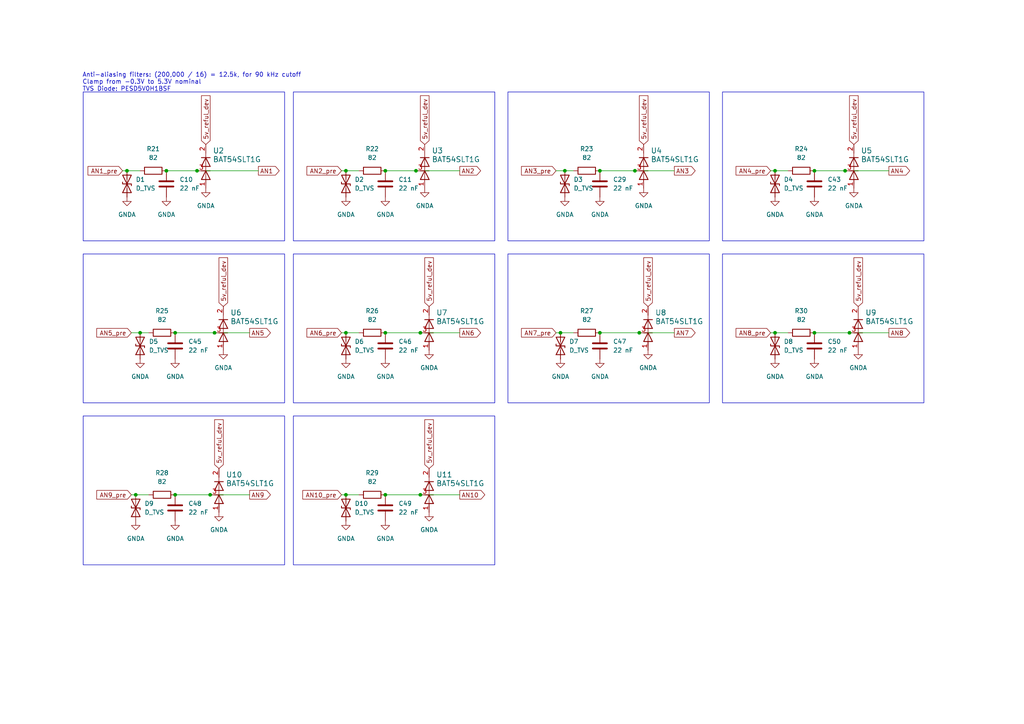
<source format=kicad_sch>
(kicad_sch (version 20231120) (generator "eeschema") (generator_version "8.0")
  (paper "A4")
  (lib_symbols
    (symbol "21xt_symbols:BAT54SLT1G" (pin_names (offset 0.254))
      (property "Reference" "U" (at 0 21.59 0))
      (property "Value" "BAT54SLT1G" (at 0 19.05 0))
      (symbol "BAT54SLT1G_0_1"
        (polyline (pts (xy 0 6.35) (xy 0 5.08)))
        (polyline (pts (xy 0 6.35) (xy 0 8.89)))
        (polyline (pts (xy 0 8.89) (xy 0 10.16)))
        (polyline (pts (xy 0 10.16) (xy 0 12.7)))
        (polyline (pts (xy 0 12.7) (xy 0 13.97)))
        (polyline (pts (xy 1.27 8.89) (xy -1.27 8.89)) (stroke (width 0.254)))
        (polyline (pts (xy 1.27 12.7) (xy -1.27 12.7)) (stroke (width 0.254)))
        (polyline (pts (xy 1.27 6.35) (xy -1.27 6.35) (xy 0 8.89) (xy 1.27 6.35)) (stroke (width 0.254)))
        (polyline (pts (xy 1.27 10.16) (xy -1.27 10.16) (xy 0 12.7) (xy 1.27 10.16)) (stroke (width 0.254)))
      )
      (symbol "BAT54SLT1G_1_1"
        (pin passive line (at 0 3.81 90) (length 2.54) (name "") (number "1"))
        (pin passive line (at 0 16.51 270) (length 2.54) (name "") (number "2"))
        (pin passive line (at -2.54 8.89 0) (length 2.54) (name "") (number "3"))
      )
    )
    (symbol "Device:C" (pin_numbers hide) (pin_names (offset 0.254))
      (property "Reference" "C" (at 0.635 2.54 0))
      (property "Value" "C" (at 0.635 -2.54 0))
      (symbol "C_0_1"
        (polyline (pts (xy -2.032 -0.762) (xy 2.032 -0.762)) (stroke (width 0.508)))
        (polyline (pts (xy -2.032 0.762) (xy 2.032 0.762)) (stroke (width 0.508)))
      )
      (symbol "C_1_1"
        (pin passive line (at 0 3.81 270) (length 2.794) (name "~") (number "1"))
        (pin passive line (at 0 -3.81 90) (length 2.794) (name "~") (number "2"))
      )
    )
    (symbol "Device:D_TVS" (pin_numbers hide) (pin_names (offset 1.016) hide)
      (property "Reference" "D" (at 0 2.54 0))
      (property "Value" "D_TVS" (at 0 -2.54 0))
      (symbol "D_TVS_0_1"
        (polyline (pts (xy 1.27 0) (xy -1.27 0)))
        (polyline (pts (xy 0.508 1.27) (xy 0 1.27) (xy 0 -1.27) (xy -0.508 -1.27)) (stroke (width 0.254)))
        (polyline (pts (xy -2.54 1.27) (xy -2.54 -1.27) (xy 2.54 1.27) (xy 2.54 -1.27) (xy -2.54 1.27)) (stroke (width 0.254)))
      )
      (symbol "D_TVS_1_1"
        (pin passive line (at -3.81 0 0) (length 2.54) (name "A1") (number "1"))
        (pin passive line (at 3.81 0 180) (length 2.54) (name "A2") (number "2"))
      )
    )
    (symbol "Device:R" (pin_numbers hide) (pin_names (offset 0))
      (property "Reference" "R" (at 2.032 0 90))
      (property "Value" "R" (at 0 0 90))
      (symbol "R_0_1"
        (rectangle (start -1.016 -2.54) (end 1.016 2.54) (stroke (width 0.254)))
      )
      (symbol "R_1_1"
        (pin passive line (at 0 3.81 270) (length 1.27) (name "~") (number "1"))
        (pin passive line (at 0 -3.81 90) (length 1.27) (name "~") (number "2"))
      )
    )
    (symbol "power:GNDA" (power) (pin_names (offset 0))
      (property "Value" "GNDA" (at 0 -3.81 0))
      (symbol "GNDA_0_1"
        (polyline (pts (xy 0 0) (xy 0 -1.27) (xy 1.27 -1.27) (xy 0 -2.54) (xy -1.27 -1.27) (xy 0 -1.27)))
      )
      (symbol "GNDA_1_1"
        (pin power_in line (at 0 0 270) (length 0) hide (name "GNDA") (number "1"))
      )
    )
  )
  (junction (at 185.42 96.52))
  (junction (at 100.33 49.53))
  (junction (at 121.92 96.52))
  (junction (at 57.15 49.53))
  (junction (at 62.23 96.52))
  (junction (at 173.99 49.53))
  (junction (at 184.15 49.53))
  (junction (at 100.33 143.51))
  (junction (at 120.65 49.53))
  (junction (at 36.83 49.53))
  (junction (at 236.22 49.53))
  (junction (at 246.38 96.52))
  (junction (at 121.92 143.51))
  (junction (at 40.64 96.52))
  (junction (at 39.37 143.51))
  (junction (at 100.33 96.52))
  (junction (at 50.8 96.52))
  (junction (at 48.26 49.53))
  (junction (at 50.8 143.51))
  (junction (at 60.96 143.51))
  (junction (at 173.99 96.52))
  (junction (at 111.76 96.52))
  (junction (at 224.79 49.53))
  (junction (at 163.83 49.53))
  (junction (at 111.76 143.51))
  (junction (at 162.56 96.52))
  (junction (at 224.79 96.52))
  (junction (at 245.11 49.53))
  (junction (at 236.22 96.52))
  (junction (at 111.76 49.53))
  (wire (pts (xy 228.6 96.52) (xy 224.79 96.52)))
  (wire (pts (xy 245.11 49.53) (xy 257.81 49.53)))
  (wire (pts (xy 35.56 49.53) (xy 36.83 49.53)))
  (wire (pts (xy 166.37 96.52) (xy 162.56 96.52)))
  (wire (pts (xy 224.79 96.52) (xy 223.52 96.52)))
  (wire (pts (xy 163.83 49.53) (xy 166.37 49.53)))
  (wire (pts (xy 185.42 96.52) (xy 195.58 96.52)))
  (wire (pts (xy 100.33 143.51) (xy 99.06 143.51)))
  (wire (pts (xy 43.18 96.52) (xy 40.64 96.52)))
  (wire (pts (xy 99.06 96.52) (xy 100.33 96.52)))
  (wire (pts (xy 173.99 49.53) (xy 184.15 49.53)))
  (wire (pts (xy 120.65 49.53) (xy 133.35 49.53)))
  (wire (pts (xy 236.22 49.53) (xy 245.11 49.53)))
  (wire (pts (xy 62.23 96.52) (xy 72.39 96.52)))
  (wire (pts (xy 224.79 49.53) (xy 223.52 49.53)))
  (wire (pts (xy 121.92 96.52) (xy 133.35 96.52)))
  (wire (pts (xy 111.76 49.53) (xy 120.65 49.53)))
  (wire (pts (xy 40.64 96.52) (xy 38.1 96.52)))
  (wire (pts (xy 246.38 96.52) (xy 257.81 96.52)))
  (wire (pts (xy 36.83 49.53) (xy 40.64 49.53)))
  (wire (pts (xy 60.96 143.51) (xy 72.39 143.51)))
  (wire (pts (xy 39.37 143.51) (xy 38.1 143.51)))
  (wire (pts (xy 50.8 143.51) (xy 60.96 143.51)))
  (wire (pts (xy 228.6 49.53) (xy 224.79 49.53)))
  (wire (pts (xy 48.26 49.53) (xy 57.15 49.53)))
  (wire (pts (xy 162.56 96.52) (xy 161.29 96.52)))
  (wire (pts (xy 50.8 96.52) (xy 62.23 96.52)))
  (wire (pts (xy 173.99 96.52) (xy 185.42 96.52)))
  (wire (pts (xy 161.29 49.53) (xy 163.83 49.53)))
  (wire (pts (xy 104.14 143.51) (xy 100.33 143.51)))
  (wire (pts (xy 184.15 49.53) (xy 195.58 49.53)))
  (wire (pts (xy 111.76 96.52) (xy 121.92 96.52)))
  (wire (pts (xy 43.18 143.51) (xy 39.37 143.51)))
  (wire (pts (xy 100.33 49.53) (xy 104.14 49.53)))
  (wire (pts (xy 100.33 96.52) (xy 104.14 96.52)))
  (wire (pts (xy 121.92 143.51) (xy 133.35 143.51)))
  (wire (pts (xy 236.22 96.52) (xy 246.38 96.52)))
  (wire (pts (xy 57.15 49.53) (xy 74.93 49.53)))
  (wire (pts (xy 111.76 143.51) (xy 121.92 143.51)))
  (wire (pts (xy 99.06 49.53) (xy 100.33 49.53)))
  (rectangle (start 24.13 120.65) (end 82.55 163.83))
  (rectangle (start 85.09 73.66) (end 143.51 116.84))
  (rectangle (start 85.09 120.65) (end 143.51 163.83))
  (rectangle (start 209.55 26.67) (end 267.97 69.85))
  (rectangle (start 24.13 73.66) (end 82.55 116.84))
  (rectangle (start 209.55 73.66) (end 267.97 116.84))
  (rectangle (start 147.32 73.66) (end 205.74 116.84))
  (rectangle (start 24.13 26.67) (end 82.55 69.85))
  (rectangle (start 147.32 26.67) (end 205.74 69.85))
  (rectangle (start 85.09 26.67) (end 143.51 69.85))
  (text "Anti-aliasing filters: (200,000 / 16) = 12.5k, for 90 kHz cutoff\nClamp from -0.3V to 5.3V nominal\nTVS Diode: PESD5V0H1BSF" (at 23.876 23.876 0) (effects (font (size 1.27 1.27)) (justify left)))
  (global_label "AN1_pre" (shape input) (at 35.56 49.53 180) (property "Intersheetrefs" "${INTERSHEET_REFS}" (effects (hide yes))))
  (global_label "AN3" (shape output) (at 195.58 49.53 0) (property "Intersheetrefs" "${INTERSHEET_REFS}" (effects (hide yes))))
  (global_label "AN6" (shape output) (at 133.35 96.52 0) (property "Intersheetrefs" "${INTERSHEET_REFS}" (effects (hide yes))))
  (global_label "5v_reful_dev" (shape input) (at 64.77 88.9 90) (property "Intersheetrefs" "${INTERSHEET_REFS}" (effects (hide yes))))
  (global_label "5v_reful_dev" (shape input) (at 123.19 41.91 90) (property "Intersheetrefs" "${INTERSHEET_REFS}" (effects (hide yes))))
  (global_label "AN1" (shape output) (at 74.93 49.53 0) (property "Intersheetrefs" "${INTERSHEET_REFS}" (effects (hide yes))))
  (global_label "5v_reful_dev" (shape input) (at 247.65 41.91 90) (property "Intersheetrefs" "${INTERSHEET_REFS}" (effects (hide yes))))
  (global_label "5v_reful_dev" (shape input) (at 186.69 41.91 90) (property "Intersheetrefs" "${INTERSHEET_REFS}" (effects (hide yes))))
  (global_label "5v_reful_dev" (shape input) (at 59.69 41.91 90) (property "Intersheetrefs" "${INTERSHEET_REFS}" (effects (hide yes))))
  (global_label "AN7" (shape output) (at 195.58 96.52 0) (property "Intersheetrefs" "${INTERSHEET_REFS}" (effects (hide yes))))
  (global_label "AN8" (shape output) (at 257.81 96.52 0) (property "Intersheetrefs" "${INTERSHEET_REFS}" (effects (hide yes))))
  (global_label "AN4_pre" (shape input) (at 223.52 49.53 180) (property "Intersheetrefs" "${INTERSHEET_REFS}" (effects (hide yes))))
  (global_label "5v_reful_dev" (shape input) (at 63.5 135.89 90) (property "Intersheetrefs" "${INTERSHEET_REFS}" (effects (hide yes))))
  (global_label "AN10" (shape output) (at 133.35 143.51 0) (property "Intersheetrefs" "${INTERSHEET_REFS}" (effects (hide yes))))
  (global_label "AN3_pre" (shape input) (at 161.29 49.53 180) (property "Intersheetrefs" "${INTERSHEET_REFS}" (effects (hide yes))))
  (global_label "AN8_pre" (shape input) (at 223.52 96.52 180) (property "Intersheetrefs" "${INTERSHEET_REFS}" (effects (hide yes))))
  (global_label "5v_reful_dev" (shape input) (at 124.46 88.9 90) (property "Intersheetrefs" "${INTERSHEET_REFS}" (effects (hide yes))))
  (global_label "AN5_pre" (shape input) (at 38.1 96.52 180) (property "Intersheetrefs" "${INTERSHEET_REFS}" (effects (hide yes))))
  (global_label "5v_reful_dev" (shape input) (at 187.96 88.9 90) (property "Intersheetrefs" "${INTERSHEET_REFS}" (effects (hide yes))))
  (global_label "AN9_pre" (shape input) (at 38.1 143.51 180) (property "Intersheetrefs" "${INTERSHEET_REFS}" (effects (hide yes))))
  (global_label "5v_reful_dev" (shape input) (at 248.92 88.9 90) (property "Intersheetrefs" "${INTERSHEET_REFS}" (effects (hide yes))))
  (global_label "AN10_pre" (shape input) (at 99.06 143.51 180) (property "Intersheetrefs" "${INTERSHEET_REFS}" (effects (hide yes))))
  (global_label "5v_reful_dev" (shape input) (at 124.46 135.89 90) (property "Intersheetrefs" "${INTERSHEET_REFS}" (effects (hide yes))))
  (global_label "AN7_pre" (shape input) (at 161.29 96.52 180) (property "Intersheetrefs" "${INTERSHEET_REFS}" (effects (hide yes))))
  (global_label "AN9" (shape output) (at 72.39 143.51 0) (property "Intersheetrefs" "${INTERSHEET_REFS}" (effects (hide yes))))
  (global_label "AN5" (shape output) (at 72.39 96.52 0) (property "Intersheetrefs" "${INTERSHEET_REFS}" (effects (hide yes))))
  (global_label "AN4" (shape output) (at 257.81 49.53 0) (property "Intersheetrefs" "${INTERSHEET_REFS}" (effects (hide yes))))
  (global_label "AN2" (shape output) (at 133.35 49.53 0) (property "Intersheetrefs" "${INTERSHEET_REFS}" (effects (hide yes))))
  (global_label "AN6_pre" (shape input) (at 99.06 96.52 180) (property "Intersheetrefs" "${INTERSHEET_REFS}" (effects (hide yes))))
  (global_label "AN2_pre" (shape input) (at 99.06 49.53 180) (property "Intersheetrefs" "${INTERSHEET_REFS}" (effects (hide yes))))
  (symbol (lib_id "power:GNDA") (at 224.79 57.15 0) (unit 1)
    (property "Reference" "#PWR089" (effects (hide yes)))
    (property "Value" "GNDA" (at 224.79 62.23 0))
  )
  (symbol (lib_id "power:GNDA") (at 100.33 57.15 0) (unit 1)
    (property "Reference" "#PWR087" (effects (hide yes)))
    (property "Value" "GNDA" (at 100.33 62.23 0))
  )
  (symbol (lib_id "Device:R") (at 170.18 49.53 270) (unit 1)
    (property "Reference" "R23" (at 170.18 43.18 90))
    (property "Value" "82" (at 170.18 45.72 90))
    (property "Footprint" "Resistor_SMD:R_0402_1005Metric" (effects (hide yes)))
    (property "Description" "Resistor" (effects (hide yes)))
  )
  (symbol (lib_id "Device:C") (at 50.8 147.32 0) (unit 1)
    (property "Reference" "C48" (at 54.61 146.0499 0) (effects (justify left)))
    (property "Value" "22 nF" (at 54.61 148.5899 0) (effects (justify left)))
    (property "Footprint" "Capacitor_SMD:C_0402_1005Metric" (effects (hide yes)))
    (property "Description" "Unpolarized capacitor" (effects (hide yes)))
  )
  (symbol (lib_id "power:GNDA") (at 124.46 148.59 0) (unit 1)
    (property "Reference" "#PWR085" (effects (hide yes)))
    (property "Value" "GNDA" (at 124.46 153.67 0))
  )
  (symbol (lib_id "Device:C") (at 111.76 100.33 0) (unit 1)
    (property "Reference" "C46" (at 115.57 99.0599 0) (effects (justify left)))
    (property "Value" "22 nF" (at 115.57 101.5999 0) (effects (justify left)))
    (property "Footprint" "Capacitor_SMD:C_0402_1005Metric" (effects (hide yes)))
    (property "Description" "Unpolarized capacitor" (effects (hide yes)))
  )
  (symbol (lib_id "power:GNDA") (at 236.22 57.15 0) (unit 1)
    (property "Reference" "#PWR072" (effects (hide yes)))
    (property "Value" "GNDA" (at 236.22 62.23 0))
  )
  (symbol (lib_id "21xt_symbols:BAT54SLT1G") (at 123.19 58.42 0) (unit 1)
    (property "Reference" "U3" (at 125.222 43.688 0) (effects (font (size 1.524 1.524)) (justify left)))
    (property "Value" "BAT54SLT1G" (at 125.222 46.228 0) (effects (font (size 1.524 1.524)) (justify left)))
    (property "Footprint" "21xt_footprints:SOT96P237X111-3N" (effects (hide yes)))
    (property "Datasheet" "1SS362FV_L3F" (effects (hide yes)))
  )
  (symbol (lib_id "power:GNDA") (at 186.69 54.61 0) (unit 1)
    (property "Reference" "#PWR071" (effects (hide yes)))
    (property "Value" "GNDA" (at 186.69 59.69 0))
  )
  (symbol (lib_id "power:GNDA") (at 111.76 104.14 0) (unit 1)
    (property "Reference" "#PWR076" (effects (hide yes)))
    (property "Value" "GNDA" (at 111.76 109.22 0))
  )
  (symbol (lib_id "Device:D_TVS") (at 100.33 147.32 90) (unit 1)
    (property "Reference" "D10" (at 102.87 146.0499 90) (effects (justify right)))
    (property "Value" "D_TVS" (at 102.87 148.5899 90) (effects (justify right)))
    (property "Footprint" "21xt_footprints:PESD5V0H1BSFYL_NEX" (effects (hide yes)))
    (property "Description" "Bidirectional transient-voltage-suppression diode" (effects (hide yes)))
  )
  (symbol (lib_id "Device:D_TVS") (at 224.79 53.34 90) (unit 1)
    (property "Reference" "D4" (at 227.33 52.0699 90) (effects (justify right)))
    (property "Value" "D_TVS" (at 227.33 54.6099 90) (effects (justify right)))
    (property "Footprint" "21xt_footprints:PESD5V0H1BSFYL_NEX" (effects (hide yes)))
    (property "Description" "Bidirectional transient-voltage-suppression diode" (effects (hide yes)))
  )
  (symbol (lib_id "Device:D_TVS") (at 163.83 53.34 90) (unit 1)
    (property "Reference" "D3" (at 166.37 52.0699 90) (effects (justify right)))
    (property "Value" "D_TVS" (at 166.37 54.6099 90) (effects (justify right)))
    (property "Footprint" "21xt_footprints:PESD5V0H1BSFYL_NEX" (effects (hide yes)))
    (property "Description" "Bidirectional transient-voltage-suppression diode" (effects (hide yes)))
  )
  (symbol (lib_id "Device:C") (at 111.76 147.32 0) (unit 1)
    (property "Reference" "C49" (at 115.57 146.0499 0) (effects (justify left)))
    (property "Value" "22 nF" (at 115.57 148.5899 0) (effects (justify left)))
    (property "Footprint" "Capacitor_SMD:C_0402_1005Metric" (effects (hide yes)))
    (property "Description" "Unpolarized capacitor" (effects (hide yes)))
  )
  (symbol (lib_id "power:GNDA") (at 187.96 101.6 0) (unit 1)
    (property "Reference" "#PWR079" (effects (hide yes)))
    (property "Value" "GNDA" (at 187.96 106.68 0))
  )
  (symbol (lib_id "Device:D_TVS") (at 100.33 100.33 90) (unit 1)
    (property "Reference" "D6" (at 102.87 99.0599 90) (effects (justify right)))
    (property "Value" "D_TVS" (at 102.87 101.5999 90) (effects (justify right)))
    (property "Footprint" "21xt_footprints:PESD5V0H1BSFYL_NEX" (effects (hide yes)))
    (property "Description" "Bidirectional transient-voltage-suppression diode" (effects (hide yes)))
  )
  (symbol (lib_id "21xt_symbols:BAT54SLT1G") (at 64.77 105.41 0) (unit 1)
    (property "Reference" "U6" (at 66.802 90.678 0) (effects (font (size 1.524 1.524)) (justify left)))
    (property "Value" "BAT54SLT1G" (at 66.802 93.218 0) (effects (font (size 1.524 1.524)) (justify left)))
    (property "Footprint" "21xt_footprints:SOT96P237X111-3N" (effects (hide yes)))
    (property "Datasheet" "1SS362FV_L3F" (effects (hide yes)))
  )
  (symbol (lib_id "power:GNDA") (at 64.77 101.6 0) (unit 1)
    (property "Reference" "#PWR075" (effects (hide yes)))
    (property "Value" "GNDA" (at 64.77 106.68 0))
  )
  (symbol (lib_id "21xt_symbols:BAT54SLT1G") (at 63.5 152.4 0) (unit 1)
    (property "Reference" "U10" (at 65.532 137.668 0) (effects (font (size 1.524 1.524)) (justify left)))
    (property "Value" "BAT54SLT1G" (at 65.532 140.208 0) (effects (font (size 1.524 1.524)) (justify left)))
    (property "Footprint" "21xt_footprints:SOT96P237X111-3N" (effects (hide yes)))
    (property "Datasheet" "1SS362FV_L3F" (effects (hide yes)))
  )
  (symbol (lib_id "Device:C") (at 173.99 53.34 0) (unit 1)
    (property "Reference" "C29" (at 177.8 52.0699 0) (effects (justify left)))
    (property "Value" "22 nF" (at 177.8 54.6099 0) (effects (justify left)))
    (property "Footprint" "Capacitor_SMD:C_0402_1005Metric" (effects (hide yes)))
    (property "Description" "Unpolarized capacitor" (effects (hide yes)))
  )
  (symbol (lib_id "Device:C") (at 48.26 53.34 0) (unit 1)
    (property "Reference" "C10" (at 52.07 52.0699 0) (effects (justify left)))
    (property "Value" "22 nF" (at 52.07 54.6099 0) (effects (justify left)))
    (property "Footprint" "Capacitor_SMD:C_0402_1005Metric" (effects (hide yes)))
    (property "Description" "Unpolarized capacitor" (effects (hide yes)))
  )
  (symbol (lib_id "power:GNDA") (at 48.26 57.15 0) (unit 1)
    (property "Reference" "#PWR016" (effects (hide yes)))
    (property "Value" "GNDA" (at 48.26 62.23 0))
  )
  (symbol (lib_id "power:GNDA") (at 123.19 54.61 0) (unit 1)
    (property "Reference" "#PWR033" (effects (hide yes)))
    (property "Value" "GNDA" (at 123.19 59.69 0))
  )
  (symbol (lib_id "power:GNDA") (at 63.5 148.59 0) (unit 1)
    (property "Reference" "#PWR083" (effects (hide yes)))
    (property "Value" "GNDA" (at 63.5 153.67 0))
  )
  (symbol (lib_id "21xt_symbols:BAT54SLT1G") (at 124.46 152.4 0) (unit 1)
    (property "Reference" "U11" (at 126.492 137.668 0) (effects (font (size 1.524 1.524)) (justify left)))
    (property "Value" "BAT54SLT1G" (at 126.492 140.208 0) (effects (font (size 1.524 1.524)) (justify left)))
    (property "Footprint" "21xt_footprints:SOT96P237X111-3N" (effects (hide yes)))
    (property "Datasheet" "1SS362FV_L3F" (effects (hide yes)))
  )
  (symbol (lib_id "power:GNDA") (at 111.76 57.15 0) (unit 1)
    (property "Reference" "#PWR021" (effects (hide yes)))
    (property "Value" "GNDA" (at 111.76 62.23 0))
  )
  (symbol (lib_id "power:GNDA") (at 248.92 101.6 0) (unit 1)
    (property "Reference" "#PWR081" (effects (hide yes)))
    (property "Value" "GNDA" (at 248.92 106.68 0))
  )
  (symbol (lib_id "power:GNDA") (at 50.8 104.14 0) (unit 1)
    (property "Reference" "#PWR074" (effects (hide yes)))
    (property "Value" "GNDA" (at 50.8 109.22 0))
  )
  (symbol (lib_id "power:GNDA") (at 39.37 151.13 0) (unit 1)
    (property "Reference" "#PWR0105" (effects (hide yes)))
    (property "Value" "GNDA" (at 39.37 156.21 0))
  )
  (symbol (lib_id "Device:D_TVS") (at 100.33 53.34 90) (unit 1)
    (property "Reference" "D2" (at 102.87 52.0699 90) (effects (justify right)))
    (property "Value" "D_TVS" (at 102.87 54.6099 90) (effects (justify right)))
    (property "Footprint" "21xt_footprints:PESD5V0H1BSFYL_NEX" (effects (hide yes)))
    (property "Description" "Bidirectional transient-voltage-suppression diode" (effects (hide yes)))
  )
  (symbol (lib_id "21xt_symbols:BAT54SLT1G") (at 124.46 105.41 0) (unit 1)
    (property "Reference" "U7" (at 126.492 90.678 0) (effects (font (size 1.524 1.524)) (justify left)))
    (property "Value" "BAT54SLT1G" (at 126.492 93.218 0) (effects (font (size 1.524 1.524)) (justify left)))
    (property "Footprint" "21xt_footprints:SOT96P237X111-3N" (effects (hide yes)))
    (property "Datasheet" "1SS362FV_L3F" (effects (hide yes)))
  )
  (symbol (lib_id "power:GNDA") (at 224.79 104.14 0) (unit 1)
    (property "Reference" "#PWR090" (effects (hide yes)))
    (property "Value" "GNDA" (at 224.79 109.22 0))
  )
  (symbol (lib_id "Device:C") (at 236.22 100.33 0) (unit 1)
    (property "Reference" "C50" (at 240.03 99.0599 0) (effects (justify left)))
    (property "Value" "22 nF" (at 240.03 101.5999 0) (effects (justify left)))
    (property "Footprint" "Capacitor_SMD:C_0402_1005Metric" (effects (hide yes)))
    (property "Description" "Unpolarized capacitor" (effects (hide yes)))
  )
  (symbol (lib_id "Device:D_TVS") (at 162.56 100.33 90) (unit 1)
    (property "Reference" "D7" (at 165.1 99.0599 90) (effects (justify right)))
    (property "Value" "D_TVS" (at 165.1 101.5999 90) (effects (justify right)))
    (property "Footprint" "21xt_footprints:PESD5V0H1BSFYL_NEX" (effects (hide yes)))
    (property "Description" "Bidirectional transient-voltage-suppression diode" (effects (hide yes)))
  )
  (symbol (lib_id "21xt_symbols:BAT54SLT1G") (at 248.92 105.41 0) (unit 1)
    (property "Reference" "U9" (at 250.952 90.678 0) (effects (font (size 1.524 1.524)) (justify left)))
    (property "Value" "BAT54SLT1G" (at 250.952 93.218 0) (effects (font (size 1.524 1.524)) (justify left)))
    (property "Footprint" "21xt_footprints:SOT96P237X111-3N" (effects (hide yes)))
    (property "Datasheet" "1SS362FV_L3F" (effects (hide yes)))
  )
  (symbol (lib_id "power:GNDA") (at 100.33 104.14 0) (unit 1)
    (property "Reference" "#PWR0102" (effects (hide yes)))
    (property "Value" "GNDA" (at 100.33 109.22 0))
  )
  (symbol (lib_id "Device:D_TVS") (at 224.79 100.33 90) (unit 1)
    (property "Reference" "D8" (at 227.33 99.0599 90) (effects (justify right)))
    (property "Value" "D_TVS" (at 227.33 101.5999 90) (effects (justify right)))
    (property "Footprint" "21xt_footprints:PESD5V0H1BSFYL_NEX" (effects (hide yes)))
    (property "Description" "Bidirectional transient-voltage-suppression diode" (effects (hide yes)))
  )
  (symbol (lib_id "Device:C") (at 50.8 100.33 0) (unit 1)
    (property "Reference" "C45" (at 54.61 99.0599 0) (effects (justify left)))
    (property "Value" "22 nF" (at 54.61 101.5999 0) (effects (justify left)))
    (property "Footprint" "Capacitor_SMD:C_0402_1005Metric" (effects (hide yes)))
    (property "Description" "Unpolarized capacitor" (effects (hide yes)))
  )
  (symbol (lib_id "Device:R") (at 107.95 96.52 270) (unit 1)
    (property "Reference" "R26" (at 107.95 90.17 90))
    (property "Value" "82" (at 107.95 92.71 90))
    (property "Footprint" "Resistor_SMD:R_0402_1005Metric" (effects (hide yes)))
    (property "Description" "Resistor" (effects (hide yes)))
  )
  (symbol (lib_id "power:GNDA") (at 50.8 151.13 0) (unit 1)
    (property "Reference" "#PWR080" (effects (hide yes)))
    (property "Value" "GNDA" (at 50.8 156.21 0))
  )
  (symbol (lib_id "power:GNDA") (at 124.46 101.6 0) (unit 1)
    (property "Reference" "#PWR077" (effects (hide yes)))
    (property "Value" "GNDA" (at 124.46 106.68 0))
  )
  (symbol (lib_id "power:GNDA") (at 40.64 104.14 0) (unit 1)
    (property "Reference" "#PWR0104" (effects (hide yes)))
    (property "Value" "GNDA" (at 40.64 109.22 0))
  )
  (symbol (lib_id "21xt_symbols:BAT54SLT1G") (at 247.65 58.42 0) (unit 1)
    (property "Reference" "U5" (at 249.682 43.688 0) (effects (font (size 1.524 1.524)) (justify left)))
    (property "Value" "BAT54SLT1G" (at 249.682 46.228 0) (effects (font (size 1.524 1.524)) (justify left)))
    (property "Footprint" "21xt_footprints:SOT96P237X111-3N" (effects (hide yes)))
    (property "Datasheet" "1SS362FV_L3F" (effects (hide yes)))
  )
  (symbol (lib_id "power:GNDA") (at 111.76 151.13 0) (unit 1)
    (property "Reference" "#PWR082" (effects (hide yes)))
    (property "Value" "GNDA" (at 111.76 156.21 0))
  )
  (symbol (lib_id "Device:R") (at 170.18 96.52 270) (unit 1)
    (property "Reference" "R27" (at 170.18 90.17 90))
    (property "Value" "82" (at 170.18 92.71 90))
    (property "Footprint" "Resistor_SMD:R_0402_1005Metric" (effects (hide yes)))
    (property "Description" "Resistor" (effects (hide yes)))
  )
  (symbol (lib_id "power:GNDA") (at 236.22 104.14 0) (unit 1)
    (property "Reference" "#PWR084" (effects (hide yes)))
    (property "Value" "GNDA" (at 236.22 109.22 0))
  )
  (symbol (lib_id "power:GNDA") (at 173.99 57.15 0) (unit 1)
    (property "Reference" "#PWR063" (effects (hide yes)))
    (property "Value" "GNDA" (at 173.99 62.23 0))
  )
  (symbol (lib_id "21xt_symbols:BAT54SLT1G") (at 186.69 58.42 0) (unit 1)
    (property "Reference" "U4" (at 188.722 43.688 0) (effects (font (size 1.524 1.524)) (justify left)))
    (property "Value" "BAT54SLT1G" (at 188.722 46.228 0) (effects (font (size 1.524 1.524)) (justify left)))
    (property "Footprint" "21xt_footprints:SOT96P237X111-3N" (effects (hide yes)))
    (property "Datasheet" "1SS362FV_L3F" (effects (hide yes)))
  )
  (symbol (lib_id "Device:C") (at 236.22 53.34 0) (unit 1)
    (property "Reference" "C43" (at 240.03 52.0699 0) (effects (justify left)))
    (property "Value" "22 nF" (at 240.03 54.6099 0) (effects (justify left)))
    (property "Footprint" "Capacitor_SMD:C_0402_1005Metric" (effects (hide yes)))
    (property "Description" "Unpolarized capacitor" (effects (hide yes)))
  )
  (symbol (lib_id "power:GNDA") (at 163.83 57.15 0) (unit 1)
    (property "Reference" "#PWR088" (effects (hide yes)))
    (property "Value" "GNDA" (at 163.83 62.23 0))
  )
  (symbol (lib_id "21xt_symbols:BAT54SLT1G") (at 59.69 58.42 0) (unit 1)
    (property "Reference" "U2" (at 61.722 43.688 0) (effects (font (size 1.524 1.524)) (justify left)))
    (property "Value" "BAT54SLT1G" (at 61.722 46.228 0) (effects (font (size 1.524 1.524)) (justify left)))
    (property "Footprint" "21xt_footprints:SOT96P237X111-3N" (effects (hide yes)))
    (property "Datasheet" "1SS362FV_L3F" (effects (hide yes)))
  )
  (symbol (lib_id "21xt_symbols:BAT54SLT1G") (at 187.96 105.41 0) (unit 1)
    (property "Reference" "U8" (at 189.992 90.678 0) (effects (font (size 1.524 1.524)) (justify left)))
    (property "Value" "BAT54SLT1G" (at 189.992 93.218 0) (effects (font (size 1.524 1.524)) (justify left)))
    (property "Footprint" "21xt_footprints:SOT96P237X111-3N" (effects (hide yes)))
    (property "Datasheet" "1SS362FV_L3F" (effects (hide yes)))
  )
  (symbol (lib_id "Device:C") (at 173.99 100.33 0) (unit 1)
    (property "Reference" "C47" (at 177.8 99.0599 0) (effects (justify left)))
    (property "Value" "22 nF" (at 177.8 101.5999 0) (effects (justify left)))
    (property "Footprint" "Capacitor_SMD:C_0402_1005Metric" (effects (hide yes)))
    (property "Description" "Unpolarized capacitor" (effects (hide yes)))
  )
  (symbol (lib_id "power:GNDA") (at 100.33 151.13 0) (unit 1)
    (property "Reference" "#PWR0106" (effects (hide yes)))
    (property "Value" "GNDA" (at 100.33 156.21 0))
  )
  (symbol (lib_id "Device:R") (at 46.99 96.52 270) (unit 1)
    (property "Reference" "R25" (at 46.99 90.17 90))
    (property "Value" "82" (at 46.99 92.71 90))
    (property "Footprint" "Resistor_SMD:R_0402_1005Metric" (effects (hide yes)))
    (property "Description" "Resistor" (effects (hide yes)))
  )
  (symbol (lib_id "Device:R") (at 232.41 96.52 270) (unit 1)
    (property "Reference" "R30" (at 232.41 90.17 90))
    (property "Value" "82" (at 232.41 92.71 90))
    (property "Footprint" "Resistor_SMD:R_0402_1005Metric" (effects (hide yes)))
    (property "Description" "Resistor" (effects (hide yes)))
  )
  (symbol (lib_id "Device:D_TVS") (at 40.64 100.33 90) (unit 1)
    (property "Reference" "D5" (at 43.18 99.0599 90) (effects (justify right)))
    (property "Value" "D_TVS" (at 43.18 101.5999 90) (effects (justify right)))
    (property "Footprint" "21xt_footprints:PESD5V0H1BSFYL_NEX" (effects (hide yes)))
    (property "Description" "Bidirectional transient-voltage-suppression diode" (effects (hide yes)))
  )
  (symbol (lib_id "Device:D_TVS") (at 36.83 53.34 90) (unit 1)
    (property "Reference" "D1" (at 39.37 52.0699 90) (effects (justify right)))
    (property "Value" "D_TVS" (at 39.37 54.6099 90) (effects (justify right)))
    (property "Footprint" "21xt_footprints:PESD5V0H1BSFYL_NEX" (effects (hide yes)))
    (property "Description" "Bidirectional transient-voltage-suppression diode" (effects (hide yes)))
  )
  (symbol (lib_id "Device:D_TVS") (at 39.37 147.32 90) (unit 1)
    (property "Reference" "D9" (at 41.91 146.0499 90) (effects (justify right)))
    (property "Value" "D_TVS" (at 41.91 148.5899 90) (effects (justify right)))
    (property "Footprint" "21xt_footprints:PESD5V0H1BSFYL_NEX" (effects (hide yes)))
    (property "Description" "Bidirectional transient-voltage-suppression diode" (effects (hide yes)))
  )
  (symbol (lib_id "power:GNDA") (at 173.99 104.14 0) (unit 1)
    (property "Reference" "#PWR078" (effects (hide yes)))
    (property "Value" "GNDA" (at 173.99 109.22 0))
  )
  (symbol (lib_id "Device:R") (at 44.45 49.53 270) (unit 1)
    (property "Reference" "R21" (at 44.45 43.18 90))
    (property "Value" "82" (at 44.45 45.72 90))
    (property "Footprint" "Resistor_SMD:R_0402_1005Metric" (effects (hide yes)))
    (property "Description" "Resistor" (effects (hide yes)))
  )
  (symbol (lib_id "Device:R") (at 107.95 143.51 270) (unit 1)
    (property "Reference" "R29" (at 107.95 137.16 90))
    (property "Value" "82" (at 107.95 139.7 90))
    (property "Footprint" "Resistor_SMD:R_0402_1005Metric" (effects (hide yes)))
    (property "Description" "Resistor" (effects (hide yes)))
  )
  (symbol (lib_id "power:GNDA") (at 247.65 54.61 0) (unit 1)
    (property "Reference" "#PWR073" (effects (hide yes)))
    (property "Value" "GNDA" (at 247.65 59.69 0))
  )
  (symbol (lib_id "Device:R") (at 232.41 49.53 270) (unit 1)
    (property "Reference" "R24" (at 232.41 43.18 90))
    (property "Value" "82" (at 232.41 45.72 90))
    (property "Footprint" "Resistor_SMD:R_0402_1005Metric" (effects (hide yes)))
    (property "Description" "Resistor" (effects (hide yes)))
  )
  (symbol (lib_id "Device:R") (at 46.99 143.51 270) (unit 1)
    (property "Reference" "R28" (at 46.99 137.16 90))
    (property "Value" "82" (at 46.99 139.7 90))
    (property "Footprint" "Resistor_SMD:R_0402_1005Metric" (effects (hide yes)))
    (property "Description" "Resistor" (effects (hide yes)))
  )
  (symbol (lib_id "Device:C") (at 111.76 53.34 0) (unit 1)
    (property "Reference" "C11" (at 115.57 52.0699 0) (effects (justify left)))
    (property "Value" "22 nF" (at 115.57 54.6099 0) (effects (justify left)))
    (property "Footprint" "Capacitor_SMD:C_0402_1005Metric" (effects (hide yes)))
    (property "Description" "Unpolarized capacitor" (effects (hide yes)))
  )
  (symbol (lib_id "Device:R") (at 107.95 49.53 270) (unit 1)
    (property "Reference" "R22" (at 107.95 43.18 90))
    (property "Value" "82" (at 107.95 45.72 90))
    (property "Footprint" "Resistor_SMD:R_0402_1005Metric" (effects (hide yes)))
    (property "Description" "Resistor" (effects (hide yes)))
  )
  (symbol (lib_id "power:GNDA") (at 36.83 57.15 0) (unit 1)
    (property "Reference" "#PWR086" (effects (hide yes)))
    (property "Value" "GNDA" (at 36.83 62.23 0))
  )
  (symbol (lib_id "power:GNDA") (at 162.56 104.14 0) (unit 1)
    (property "Reference" "#PWR0100" (effects (hide yes)))
    (property "Value" "GNDA" (at 162.56 109.22 0))
  )
  (symbol (lib_id "power:GNDA") (at 59.69 54.61 0) (unit 1)
    (property "Reference" "#PWR020" (effects (hide yes)))
    (property "Value" "GNDA" (at 59.69 59.69 0))
  )
)
</source>
